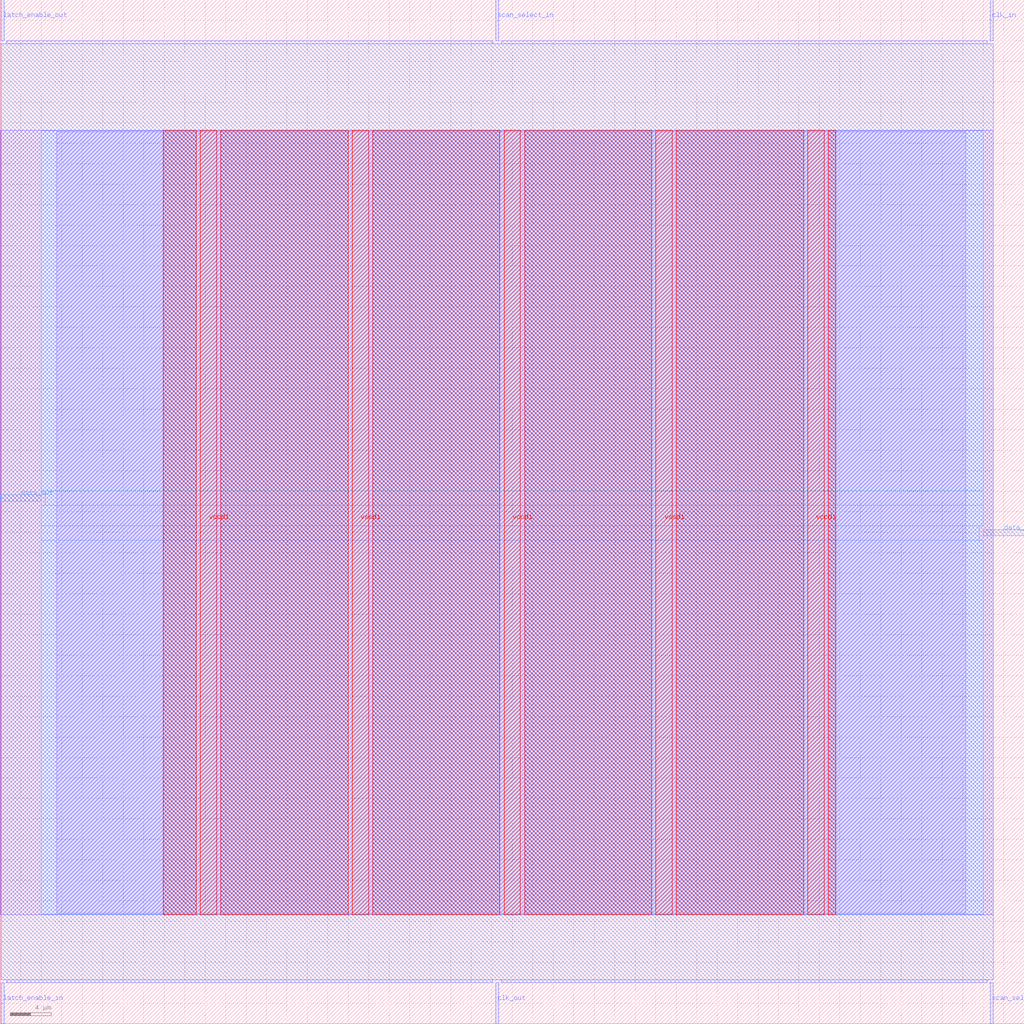
<source format=lef>
VERSION 5.7 ;
  NOWIREEXTENSIONATPIN ON ;
  DIVIDERCHAR "/" ;
  BUSBITCHARS "[]" ;
MACRO scan_wrapper_341360223723717202
  CLASS BLOCK ;
  FOREIGN scan_wrapper_341360223723717202 ;
  ORIGIN 0.000 0.000 ;
  SIZE 100.000 BY 100.000 ;
  PIN clk_in
    DIRECTION INPUT ;
    USE SIGNAL ;
    PORT
      LAYER met2 ;
        RECT 96.690 96.000 96.970 100.000 ;
    END
  END clk_in
  PIN clk_out
    DIRECTION OUTPUT TRISTATE ;
    USE SIGNAL ;
    PORT
      LAYER met2 ;
        RECT 48.390 0.000 48.670 4.000 ;
    END
  END clk_out
  PIN data_in
    DIRECTION INPUT ;
    USE SIGNAL ;
    PORT
      LAYER met3 ;
        RECT 96.000 47.640 100.000 48.240 ;
    END
  END data_in
  PIN data_out
    DIRECTION OUTPUT TRISTATE ;
    USE SIGNAL ;
    PORT
      LAYER met3 ;
        RECT 0.000 51.040 4.000 51.640 ;
    END
  END data_out
  PIN latch_enable_in
    DIRECTION INPUT ;
    USE SIGNAL ;
    PORT
      LAYER met2 ;
        RECT 0.090 0.000 0.370 4.000 ;
    END
  END latch_enable_in
  PIN latch_enable_out
    DIRECTION OUTPUT TRISTATE ;
    USE SIGNAL ;
    PORT
      LAYER met2 ;
        RECT 0.090 96.000 0.370 100.000 ;
    END
  END latch_enable_out
  PIN scan_select_in
    DIRECTION INPUT ;
    USE SIGNAL ;
    PORT
      LAYER met2 ;
        RECT 48.390 96.000 48.670 100.000 ;
    END
  END scan_select_in
  PIN scan_select_out
    DIRECTION OUTPUT TRISTATE ;
    USE SIGNAL ;
    PORT
      LAYER met2 ;
        RECT 96.690 0.000 96.970 4.000 ;
    END
  END scan_select_out
  PIN vccd1
    DIRECTION INPUT ;
    USE POWER ;
    PORT
      LAYER met4 ;
        RECT 19.550 10.640 21.150 87.280 ;
    END
    PORT
      LAYER met4 ;
        RECT 49.200 10.640 50.800 87.280 ;
    END
    PORT
      LAYER met4 ;
        RECT 78.855 10.640 80.455 87.280 ;
    END
  END vccd1
  PIN vssd1
    DIRECTION INPUT ;
    USE GROUND ;
    PORT
      LAYER met4 ;
        RECT 34.370 10.640 35.970 87.280 ;
    END
    PORT
      LAYER met4 ;
        RECT 64.025 10.640 65.625 87.280 ;
    END
  END vssd1
  OBS
      LAYER li1 ;
        RECT 5.520 10.795 94.300 87.125 ;
      LAYER met1 ;
        RECT 0.070 10.640 96.990 87.280 ;
      LAYER met2 ;
        RECT 0.650 95.720 48.110 96.000 ;
        RECT 48.950 95.720 96.410 96.000 ;
        RECT 0.100 4.280 96.960 95.720 ;
        RECT 0.650 4.000 48.110 4.280 ;
        RECT 48.950 4.000 96.410 4.280 ;
      LAYER met3 ;
        RECT 4.000 52.040 96.000 87.205 ;
        RECT 4.400 50.640 96.000 52.040 ;
        RECT 4.000 48.640 96.000 50.640 ;
        RECT 4.000 47.240 95.600 48.640 ;
        RECT 4.000 10.715 96.000 47.240 ;
      LAYER met4 ;
        RECT 15.935 10.640 19.150 87.280 ;
        RECT 21.550 10.640 33.970 87.280 ;
        RECT 36.370 10.640 48.800 87.280 ;
        RECT 51.200 10.640 63.625 87.280 ;
        RECT 66.025 10.640 78.455 87.280 ;
        RECT 80.855 10.640 81.585 87.280 ;
  END
END scan_wrapper_341360223723717202
END LIBRARY


</source>
